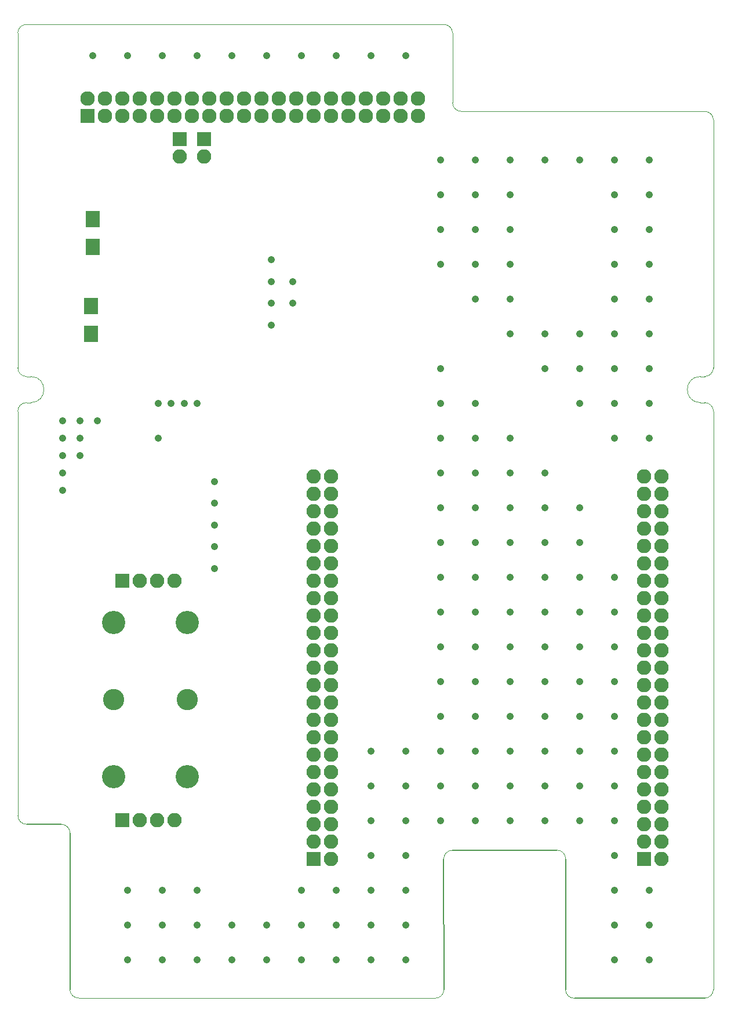
<source format=gbs>
G04 #@! TF.FileFunction,Soldermask,Bot*
%FSLAX46Y46*%
G04 Gerber Fmt 4.6, Leading zero omitted, Abs format (unit mm)*
G04 Created by KiCad (PCBNEW 4.0.7) date Thursday, June 21, 2018 'PMt' 03:52:58 PM*
%MOMM*%
%LPD*%
G01*
G04 APERTURE LIST*
%ADD10C,0.020000*%
%ADD11C,0.100000*%
%ADD12C,0.150000*%
%ADD13C,1.060400*%
%ADD14R,2.127200X2.127200*%
%ADD15O,2.127200X2.127200*%
%ADD16C,3.400000*%
%ADD17C,3.100000*%
%ADD18R,2.100000X2.400000*%
%ADD19R,2.100000X2.100000*%
%ADD20O,2.100000X2.100000*%
G04 APERTURE END LIST*
D10*
D11*
X27927300Y-67271900D02*
G75*
G02X29222700Y-68567300I0J-1295400D01*
G01*
X11417300Y-68567300D02*
G75*
G02X12687300Y-67297300I1270000J0D01*
G01*
X-44437300Y-63512700D02*
G75*
G02X-43167300Y-64782700I0J-1270000D01*
G01*
X11442700Y-87642700D02*
G75*
G02X10172700Y-88912700I-1270000J0D01*
G01*
X30467300Y-88912700D02*
G75*
G02X29197300Y-87642700I0J1270000D01*
G01*
D12*
X30480000Y-88900000D02*
X49530000Y-88900000D01*
D11*
X-41922700Y-88887300D02*
G75*
G02X-43192700Y-87617300I0J1270000D01*
G01*
D12*
X-43167300Y-64782700D02*
X-43180000Y-87630000D01*
X-49530000Y-63500000D02*
X-44437300Y-63512700D01*
X29222700Y-68567300D02*
X29210000Y-87630000D01*
X12687300Y-67297300D02*
X27927300Y-67297300D01*
X11430000Y-87630000D02*
X11417300Y-68567300D01*
D11*
X-50800000Y-3175000D02*
G75*
G02X-49530000Y-1905000I1270000J0D01*
G01*
X-49530000Y-1905000D02*
X-48895000Y-1905000D01*
X-48895000Y1905000D02*
G75*
G02X-48895000Y-1905000I0J-1905000D01*
G01*
X-48895000Y1905000D02*
X-49530000Y1905000D01*
X-49530000Y1905000D02*
G75*
G02X-50800000Y3175000I0J1270000D01*
G01*
X-50800000Y52070000D02*
X-50800000Y3175000D01*
X-50800000Y52070000D02*
G75*
G02X-49530000Y53340000I1270000J0D01*
G01*
X11430000Y53340000D02*
X-49530000Y53340000D01*
X11430000Y53340000D02*
G75*
G02X12700000Y52070000I0J-1270000D01*
G01*
X12700000Y52070000D02*
X12700000Y41910000D01*
X13970000Y40640000D02*
G75*
G02X12700000Y41910000I0J1270000D01*
G01*
X13970000Y40640000D02*
X49530000Y40640000D01*
X49530000Y40640000D02*
G75*
G02X50800000Y39370000I0J-1270000D01*
G01*
X50800000Y3175000D02*
X50800000Y39370000D01*
X50800000Y3175000D02*
G75*
G02X49530000Y1905000I-1270000J0D01*
G01*
X48895000Y1905000D02*
X49530000Y1905000D01*
X48895000Y-1905000D02*
G75*
G02X48895000Y1905000I0J1905000D01*
G01*
X49530000Y-1905000D02*
X48895000Y-1905000D01*
X49530000Y-1905000D02*
G75*
G02X50800000Y-3175000I0J-1270000D01*
G01*
X50800000Y-87630000D02*
X50800000Y-3175000D01*
X50800000Y-87630000D02*
G75*
G02X49530000Y-88900000I-1270000J0D01*
G01*
X-41910000Y-88900000D02*
X10160000Y-88900000D01*
X-49517300Y-63512700D02*
G75*
G02X-50787300Y-62242700I0J1270000D01*
G01*
X-50800000Y-3175000D02*
X-50800000Y-62230000D01*
D13*
X-10604500Y15786100D03*
X-10604500Y12611100D03*
X-13779500Y9436100D03*
X-13779500Y12611100D03*
X-13779500Y15786100D03*
X-13779500Y18961100D03*
X-44259500Y-14693900D03*
X-44259500Y-12153900D03*
X-41719500Y-9613900D03*
X-44259500Y-9613900D03*
X-41719500Y-7073900D03*
X-44259500Y-7073900D03*
X-44259500Y-4533900D03*
X-41719500Y-4533900D03*
X-39179500Y-4533900D03*
X-22034500Y-26123900D03*
X-22034500Y-22948900D03*
X-22034500Y-19773900D03*
X-22034500Y-16598900D03*
X-22034500Y-13423900D03*
X-30289500Y-7073900D03*
X-24574500Y-1993900D03*
X-26479500Y-1993900D03*
X-28384500Y-1993900D03*
X-30289500Y-1993900D03*
X-24574500Y48806100D03*
X-29654500Y48806100D03*
X-34734500Y48806100D03*
X-39814500Y48806100D03*
X5905500Y48806100D03*
X825500Y48806100D03*
X-19494500Y48806100D03*
X-14414500Y48806100D03*
X-9334500Y48806100D03*
X-4254500Y48806100D03*
X36385500Y-68033900D03*
X36385500Y-83273900D03*
X41465500Y-78193900D03*
X41465500Y-83273900D03*
X36385500Y-78193900D03*
X41465500Y-73113900D03*
X36385500Y-73113900D03*
X-34734500Y-78193900D03*
X-34734500Y-83273900D03*
X-34734500Y-73113900D03*
X-29654500Y-83273900D03*
X-24574500Y-78193900D03*
X-24574500Y-83273900D03*
X-29654500Y-78193900D03*
X-24574500Y-73113900D03*
X-29654500Y-73113900D03*
X-19494500Y-83273900D03*
X-14414500Y-78193900D03*
X-14414500Y-83273900D03*
X-19494500Y-78193900D03*
X-9334500Y-83273900D03*
X-4254500Y-78193900D03*
X-4254500Y-83273900D03*
X-9334500Y-78193900D03*
X-4254500Y-73113900D03*
X-9334500Y-73113900D03*
X825500Y-83273900D03*
X5905500Y-83273900D03*
X825500Y-78193900D03*
X5905500Y-78193900D03*
X5905500Y-73113900D03*
X825500Y-68033900D03*
X5905500Y-68033900D03*
X825500Y-73113900D03*
X825500Y-62953900D03*
X5905500Y-62953900D03*
X5905500Y-57873900D03*
X825500Y-52793900D03*
X5905500Y-52793900D03*
X825500Y-57873900D03*
X10985500Y-62953900D03*
X16065500Y-62953900D03*
X21145500Y-62953900D03*
X26225500Y-62953900D03*
X31305500Y-62953900D03*
X36385500Y-62953900D03*
X10985500Y-57873900D03*
X16065500Y-57873900D03*
X21145500Y-57873900D03*
X26225500Y-57873900D03*
X31305500Y-57873900D03*
X36385500Y-57873900D03*
X10985500Y-52793900D03*
X16065500Y-52793900D03*
X21145500Y-52793900D03*
X26225500Y-52793900D03*
X31305500Y-52793900D03*
X36385500Y-52793900D03*
X10985500Y-47713900D03*
X16065500Y-47713900D03*
X21145500Y-47713900D03*
X26225500Y-47713900D03*
X31305500Y-47713900D03*
X36385500Y-47713900D03*
X10985500Y-42633900D03*
X16065500Y-42633900D03*
X21145500Y-42633900D03*
X26225500Y-42633900D03*
X31305500Y-42633900D03*
X36385500Y-42633900D03*
X10985500Y-37553900D03*
X16065500Y-37553900D03*
X21145500Y-37553900D03*
X26225500Y-37553900D03*
X31305500Y-37553900D03*
X36385500Y-37553900D03*
X10985500Y-32473900D03*
X16065500Y-32473900D03*
X21145500Y-32473900D03*
X26225500Y-32473900D03*
X31305500Y-32473900D03*
X36385500Y-32473900D03*
X10985500Y-27393900D03*
X16065500Y-27393900D03*
X21145500Y-27393900D03*
X26225500Y-27393900D03*
X31305500Y-27393900D03*
X36385500Y-27393900D03*
X10985500Y-22313900D03*
X16065500Y-22313900D03*
X21145500Y-22313900D03*
X26225500Y-22313900D03*
X31305500Y-22313900D03*
X10985500Y-17233900D03*
X16065500Y-17233900D03*
X21145500Y-17233900D03*
X26225500Y-17233900D03*
X31305500Y-17233900D03*
X10985500Y-12153900D03*
X16065500Y-12153900D03*
X21145500Y-12153900D03*
X26225500Y-12153900D03*
X41465500Y-7073900D03*
X36385500Y-7073900D03*
X21145500Y-7073900D03*
X16065500Y-7073900D03*
X10985500Y-7073900D03*
X41465500Y-1993900D03*
X31305500Y-1993900D03*
X36385500Y-1993900D03*
X16065500Y-1993900D03*
X10985500Y-1993900D03*
X41465500Y3086100D03*
X31305500Y3086100D03*
X36385500Y3086100D03*
X26225500Y3086100D03*
X10985500Y3086100D03*
X41465500Y8166100D03*
X31305500Y8166100D03*
X36385500Y8166100D03*
X26225500Y8166100D03*
X21145500Y8166100D03*
X41465500Y13246100D03*
X36385500Y13246100D03*
X21145500Y13246100D03*
X16065500Y13246100D03*
X41465500Y18326100D03*
X36385500Y18326100D03*
X21145500Y18326100D03*
X16065500Y18326100D03*
X10985500Y18326100D03*
X41465500Y23406100D03*
X36385500Y23406100D03*
X21145500Y23406100D03*
X16065500Y23406100D03*
X10985500Y23406100D03*
X41465500Y28486100D03*
X36385500Y28486100D03*
X21145500Y28486100D03*
X16065500Y28486100D03*
X10985500Y28486100D03*
X10985500Y33566100D03*
X16065500Y33566100D03*
X21145500Y33566100D03*
X26225500Y33566100D03*
X31305500Y33566100D03*
X36385500Y33566100D03*
D14*
X-40640000Y39992300D03*
D15*
X-40640000Y42532300D03*
X-38100000Y39992300D03*
X-38100000Y42532300D03*
X-35560000Y39992300D03*
X-35560000Y42532300D03*
X-33020000Y39992300D03*
X-33020000Y42532300D03*
X-30480000Y39992300D03*
X-30480000Y42532300D03*
X-27940000Y39992300D03*
X-27940000Y42532300D03*
X-25400000Y39992300D03*
X-25400000Y42532300D03*
X-22860000Y39992300D03*
X-22860000Y42532300D03*
X-20320000Y39992300D03*
X-20320000Y42532300D03*
X-17780000Y39992300D03*
X-17780000Y42532300D03*
X-15240000Y39992300D03*
X-15240000Y42532300D03*
X-12700000Y39992300D03*
X-12700000Y42532300D03*
X-10160000Y39992300D03*
X-10160000Y42532300D03*
X-7620000Y39992300D03*
X-7620000Y42532300D03*
X-5080000Y39992300D03*
X-5080000Y42532300D03*
X-2540000Y39992300D03*
X-2540000Y42532300D03*
X0Y39992300D03*
X0Y42532300D03*
X2540000Y39992300D03*
X2540000Y42532300D03*
X5080000Y39992300D03*
X5080000Y42532300D03*
X7620000Y39992300D03*
X7620000Y42532300D03*
D16*
X-36830000Y-34015000D03*
X-36830000Y-56515000D03*
D17*
X-36830000Y-45265000D03*
D16*
X-26035000Y-34015000D03*
X-26035000Y-56515000D03*
D17*
X-26035000Y-45265000D03*
D18*
X-39878000Y20860000D03*
X-39878000Y24860000D03*
X-40132000Y8160000D03*
X-40132000Y12160000D03*
D19*
X-35560000Y-62865000D03*
D20*
X-33020000Y-62865000D03*
X-30480000Y-62865000D03*
X-27940000Y-62865000D03*
D19*
X-35560000Y-27940000D03*
D20*
X-33020000Y-27940000D03*
X-30480000Y-27940000D03*
X-27940000Y-27940000D03*
D19*
X-23558500Y36614100D03*
D20*
X-23558500Y34074100D03*
D19*
X-27114500Y36614100D03*
D20*
X-27114500Y34074100D03*
D19*
X40640000Y-68580000D03*
D20*
X43180000Y-68580000D03*
X40640000Y-66040000D03*
X43180000Y-66040000D03*
X40640000Y-63500000D03*
X43180000Y-63500000D03*
X40640000Y-60960000D03*
X43180000Y-60960000D03*
X40640000Y-58420000D03*
X43180000Y-58420000D03*
X40640000Y-55880000D03*
X43180000Y-55880000D03*
X40640000Y-53340000D03*
X43180000Y-53340000D03*
X40640000Y-50800000D03*
X43180000Y-50800000D03*
X40640000Y-48260000D03*
X43180000Y-48260000D03*
X40640000Y-45720000D03*
X43180000Y-45720000D03*
X40640000Y-43180000D03*
X43180000Y-43180000D03*
X40640000Y-40640000D03*
X43180000Y-40640000D03*
X40640000Y-38100000D03*
X43180000Y-38100000D03*
X40640000Y-35560000D03*
X43180000Y-35560000D03*
X40640000Y-33020000D03*
X43180000Y-33020000D03*
X40640000Y-30480000D03*
X43180000Y-30480000D03*
X40640000Y-27940000D03*
X43180000Y-27940000D03*
X40640000Y-25400000D03*
X43180000Y-25400000D03*
X40640000Y-22860000D03*
X43180000Y-22860000D03*
X40640000Y-20320000D03*
X43180000Y-20320000D03*
X40640000Y-17780000D03*
X43180000Y-17780000D03*
X40640000Y-15240000D03*
X43180000Y-15240000D03*
X40640000Y-12700000D03*
X43180000Y-12700000D03*
D19*
X-7620000Y-68580000D03*
D20*
X-5080000Y-68580000D03*
X-7620000Y-66040000D03*
X-5080000Y-66040000D03*
X-7620000Y-63500000D03*
X-5080000Y-63500000D03*
X-7620000Y-60960000D03*
X-5080000Y-60960000D03*
X-7620000Y-58420000D03*
X-5080000Y-58420000D03*
X-7620000Y-55880000D03*
X-5080000Y-55880000D03*
X-7620000Y-53340000D03*
X-5080000Y-53340000D03*
X-7620000Y-50800000D03*
X-5080000Y-50800000D03*
X-7620000Y-48260000D03*
X-5080000Y-48260000D03*
X-7620000Y-45720000D03*
X-5080000Y-45720000D03*
X-7620000Y-43180000D03*
X-5080000Y-43180000D03*
X-7620000Y-40640000D03*
X-5080000Y-40640000D03*
X-7620000Y-38100000D03*
X-5080000Y-38100000D03*
X-7620000Y-35560000D03*
X-5080000Y-35560000D03*
X-7620000Y-33020000D03*
X-5080000Y-33020000D03*
X-7620000Y-30480000D03*
X-5080000Y-30480000D03*
X-7620000Y-27940000D03*
X-5080000Y-27940000D03*
X-7620000Y-25400000D03*
X-5080000Y-25400000D03*
X-7620000Y-22860000D03*
X-5080000Y-22860000D03*
X-7620000Y-20320000D03*
X-5080000Y-20320000D03*
X-7620000Y-17780000D03*
X-5080000Y-17780000D03*
X-7620000Y-15240000D03*
X-5080000Y-15240000D03*
X-7620000Y-12700000D03*
X-5080000Y-12700000D03*
D13*
X41465500Y33566100D03*
M02*

</source>
